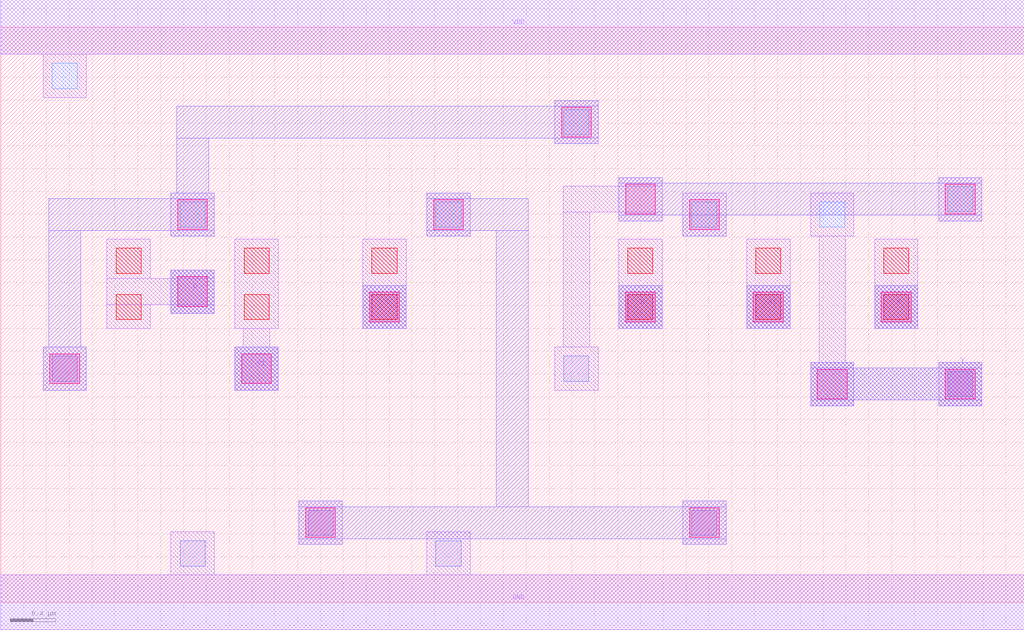
<source format=lef>
MACRO AOOAOI2121
 CLASS CORE ;
 FOREIGN AOOAOI2121 0 0 ;
 SIZE 8.96 BY 5.04 ;
 ORIGIN 0 0 ;
 SYMMETRY X Y R90 ;
 SITE unit ;
  PIN VDD
   DIRECTION INOUT ;
   USE POWER ;
   SHAPE ABUTMENT ;
    PORT
     CLASS CORE ;
       LAYER met1 ;
        RECT 0.00000000 4.80000000 8.96000000 5.28000000 ;
    END
  END VDD

  PIN GND
   DIRECTION INOUT ;
   USE POWER ;
   SHAPE ABUTMENT ;
    PORT
     CLASS CORE ;
       LAYER met1 ;
        RECT 0.00000000 -0.24000000 8.96000000 0.24000000 ;
    END
  END GND

  PIN Y
   DIRECTION INOUT ;
   USE SIGNAL ;
   SHAPE ABUTMENT ;
    PORT
     CLASS CORE ;
       LAYER met2 ;
        RECT 7.09000000 1.72200000 7.47000000 1.77200000 ;
        RECT 8.21000000 1.72200000 8.59000000 1.77200000 ;
        RECT 7.09000000 1.77200000 8.59000000 2.05200000 ;
        RECT 7.09000000 2.05200000 7.47000000 2.10200000 ;
        RECT 8.21000000 2.05200000 8.59000000 2.10200000 ;
    END
  END Y

  PIN D
   DIRECTION INOUT ;
   USE SIGNAL ;
   SHAPE ABUTMENT ;
    PORT
     CLASS CORE ;
       LAYER met2 ;
        RECT 1.49000000 2.53200000 1.87000000 2.91200000 ;
    END
  END D

  PIN B
   DIRECTION INOUT ;
   USE SIGNAL ;
   SHAPE ABUTMENT ;
    PORT
     CLASS CORE ;
       LAYER met2 ;
        RECT 5.41000000 2.39700000 5.79000000 2.77700000 ;
    END
  END B

  PIN C
   DIRECTION INOUT ;
   USE SIGNAL ;
   SHAPE ABUTMENT ;
    PORT
     CLASS CORE ;
       LAYER met2 ;
        RECT 3.17000000 2.39700000 3.55000000 2.77700000 ;
    END
  END C

  PIN A
   DIRECTION INOUT ;
   USE SIGNAL ;
   SHAPE ABUTMENT ;
    PORT
     CLASS CORE ;
       LAYER met2 ;
        RECT 7.65000000 2.39700000 8.03000000 2.77700000 ;
    END
  END A

  PIN A1
   DIRECTION INOUT ;
   USE SIGNAL ;
   SHAPE ABUTMENT ;
    PORT
     CLASS CORE ;
       LAYER met2 ;
        RECT 6.53000000 2.39700000 6.91000000 2.77700000 ;
    END
  END A1

  PIN C1
   DIRECTION INOUT ;
   USE SIGNAL ;
   SHAPE ABUTMENT ;
    PORT
     CLASS CORE ;
       LAYER met2 ;
        RECT 2.05000000 1.85700000 2.43000000 2.23700000 ;
    END
  END C1

 OBS
    LAYER polycont ;
     RECT 1.01000000 2.47700000 1.23000000 2.69700000 ;
     RECT 2.13000000 2.47700000 2.35000000 2.69700000 ;
     RECT 3.25000000 2.47700000 3.47000000 2.69700000 ;
     RECT 5.49000000 2.47700000 5.71000000 2.69700000 ;
     RECT 6.61000000 2.47700000 6.83000000 2.69700000 ;
     RECT 7.73000000 2.47700000 7.95000000 2.69700000 ;
     RECT 1.01000000 2.88200000 1.23000000 3.10200000 ;
     RECT 2.13000000 2.88200000 2.35000000 3.10200000 ;
     RECT 3.25000000 2.88200000 3.47000000 3.10200000 ;
     RECT 5.49000000 2.88200000 5.71000000 3.10200000 ;
     RECT 6.61000000 2.88200000 6.83000000 3.10200000 ;
     RECT 7.73000000 2.88200000 7.95000000 3.10200000 ;

    LAYER pdiffc ;
     RECT 1.57000000 3.28700000 1.79000000 3.50700000 ;
     RECT 3.81000000 3.28700000 4.03000000 3.50700000 ;
     RECT 6.05000000 3.28700000 6.27000000 3.50700000 ;
     RECT 7.17000000 3.28700000 7.39000000 3.50700000 ;
     RECT 8.29000000 3.42200000 8.51000000 3.64200000 ;
     RECT 4.93000000 4.09700000 5.15000000 4.31700000 ;
     RECT 0.45000000 4.50200000 0.67000000 4.72200000 ;

    LAYER ndiffc ;
     RECT 1.57000000 0.31700000 1.79000000 0.53700000 ;
     RECT 3.81000000 0.31700000 4.03000000 0.53700000 ;
     RECT 2.69000000 0.58700000 2.91000000 0.80700000 ;
     RECT 6.05000000 0.58700000 6.27000000 0.80700000 ;
     RECT 8.29000000 1.80200000 8.51000000 2.02200000 ;
     RECT 0.45000000 1.93700000 0.67000000 2.15700000 ;
     RECT 4.93000000 1.93700000 5.15000000 2.15700000 ;

    LAYER met1 ;
     RECT 0.00000000 -0.24000000 8.96000000 0.24000000 ;
     RECT 1.49000000 0.24000000 1.87000000 0.61700000 ;
     RECT 3.73000000 0.24000000 4.11000000 0.61700000 ;
     RECT 2.61000000 0.50700000 2.99000000 0.88700000 ;
     RECT 5.97000000 0.50700000 6.35000000 0.88700000 ;
     RECT 8.21000000 1.72200000 8.59000000 2.10200000 ;
     RECT 0.37000000 1.85700000 0.75000000 2.23700000 ;
     RECT 0.93000000 2.39700000 1.31000000 2.60700000 ;
     RECT 1.49000000 2.53200000 1.87000000 2.60700000 ;
     RECT 0.93000000 2.60700000 1.87000000 2.83700000 ;
     RECT 1.49000000 2.83700000 1.87000000 2.91200000 ;
     RECT 0.93000000 2.83700000 1.31000000 3.18200000 ;
     RECT 2.05000000 1.85700000 2.43000000 2.23700000 ;
     RECT 2.12500000 2.23700000 2.35500000 2.39700000 ;
     RECT 2.05000000 2.39700000 2.43000000 3.18200000 ;
     RECT 3.17000000 2.39700000 3.55000000 3.18200000 ;
     RECT 5.41000000 2.39700000 5.79000000 3.18200000 ;
     RECT 6.53000000 2.39700000 6.91000000 3.18200000 ;
     RECT 7.65000000 2.39700000 8.03000000 3.18200000 ;
     RECT 1.49000000 3.20700000 1.87000000 3.58700000 ;
     RECT 3.73000000 3.20700000 4.11000000 3.58700000 ;
     RECT 5.97000000 3.20700000 6.35000000 3.58700000 ;
     RECT 7.09000000 1.72200000 7.47000000 2.10200000 ;
     RECT 7.16500000 2.10200000 7.39500000 3.20700000 ;
     RECT 7.09000000 3.20700000 7.47000000 3.58700000 ;
     RECT 4.85000000 1.85700000 5.23000000 2.23700000 ;
     RECT 4.92500000 2.23700000 5.15500000 3.41700000 ;
     RECT 5.41000000 3.34200000 5.79000000 3.41700000 ;
     RECT 4.92500000 3.41700000 5.79000000 3.64700000 ;
     RECT 5.41000000 3.64700000 5.79000000 3.72200000 ;
     RECT 8.21000000 3.34200000 8.59000000 3.72200000 ;
     RECT 4.85000000 4.01700000 5.23000000 4.39700000 ;
     RECT 0.37000000 4.42200000 0.75000000 4.80000000 ;
     RECT 0.00000000 4.80000000 8.96000000 5.28000000 ;

    LAYER via1 ;
     RECT 2.67000000 0.56700000 2.93000000 0.82700000 ;
     RECT 6.03000000 0.56700000 6.29000000 0.82700000 ;
     RECT 7.15000000 1.78200000 7.41000000 2.04200000 ;
     RECT 8.27000000 1.78200000 8.53000000 2.04200000 ;
     RECT 0.43000000 1.91700000 0.69000000 2.17700000 ;
     RECT 2.11000000 1.91700000 2.37000000 2.17700000 ;
     RECT 3.23000000 2.45700000 3.49000000 2.71700000 ;
     RECT 5.47000000 2.45700000 5.73000000 2.71700000 ;
     RECT 6.59000000 2.45700000 6.85000000 2.71700000 ;
     RECT 7.71000000 2.45700000 7.97000000 2.71700000 ;
     RECT 1.55000000 2.59200000 1.81000000 2.85200000 ;
     RECT 1.55000000 3.26700000 1.81000000 3.52700000 ;
     RECT 3.79000000 3.26700000 4.05000000 3.52700000 ;
     RECT 6.03000000 3.26700000 6.29000000 3.52700000 ;
     RECT 5.47000000 3.40200000 5.73000000 3.66200000 ;
     RECT 8.27000000 3.40200000 8.53000000 3.66200000 ;
     RECT 4.91000000 4.07700000 5.17000000 4.33700000 ;

    LAYER met2 ;
     RECT 7.09000000 1.72200000 7.47000000 1.77200000 ;
     RECT 8.21000000 1.72200000 8.59000000 1.77200000 ;
     RECT 7.09000000 1.77200000 8.59000000 2.05200000 ;
     RECT 7.09000000 2.05200000 7.47000000 2.10200000 ;
     RECT 8.21000000 2.05200000 8.59000000 2.10200000 ;
     RECT 2.05000000 1.85700000 2.43000000 2.23700000 ;
     RECT 3.17000000 2.39700000 3.55000000 2.77700000 ;
     RECT 5.41000000 2.39700000 5.79000000 2.77700000 ;
     RECT 6.53000000 2.39700000 6.91000000 2.77700000 ;
     RECT 7.65000000 2.39700000 8.03000000 2.77700000 ;
     RECT 1.49000000 2.53200000 1.87000000 2.91200000 ;
     RECT 2.61000000 0.50700000 2.99000000 0.55700000 ;
     RECT 5.97000000 0.50700000 6.35000000 0.55700000 ;
     RECT 2.61000000 0.55700000 6.35000000 0.83700000 ;
     RECT 2.61000000 0.83700000 2.99000000 0.88700000 ;
     RECT 5.97000000 0.83700000 6.35000000 0.88700000 ;
     RECT 3.73000000 3.20700000 4.11000000 3.25700000 ;
     RECT 4.34000000 0.83700000 4.62000000 3.25700000 ;
     RECT 3.73000000 3.25700000 4.62000000 3.53700000 ;
     RECT 3.73000000 3.53700000 4.11000000 3.58700000 ;
     RECT 5.41000000 3.34200000 5.79000000 3.39200000 ;
     RECT 5.97000000 3.20700000 6.35000000 3.39200000 ;
     RECT 8.21000000 3.34200000 8.59000000 3.39200000 ;
     RECT 5.41000000 3.39200000 8.59000000 3.67200000 ;
     RECT 5.41000000 3.67200000 5.79000000 3.72200000 ;
     RECT 8.21000000 3.67200000 8.59000000 3.72200000 ;
     RECT 0.37000000 1.85700000 0.75000000 2.23700000 ;
     RECT 0.42000000 2.23700000 0.70000000 3.25700000 ;
     RECT 1.49000000 3.20700000 1.87000000 3.25700000 ;
     RECT 0.42000000 3.25700000 1.87000000 3.53700000 ;
     RECT 1.49000000 3.53700000 1.87000000 3.58700000 ;
     RECT 1.54000000 3.58700000 1.82000000 4.06700000 ;
     RECT 4.85000000 4.01700000 5.23000000 4.06700000 ;
     RECT 1.54000000 4.06700000 5.23000000 4.34700000 ;
     RECT 4.85000000 4.34700000 5.23000000 4.39700000 ;

 END
END AOOAOI2121

</source>
